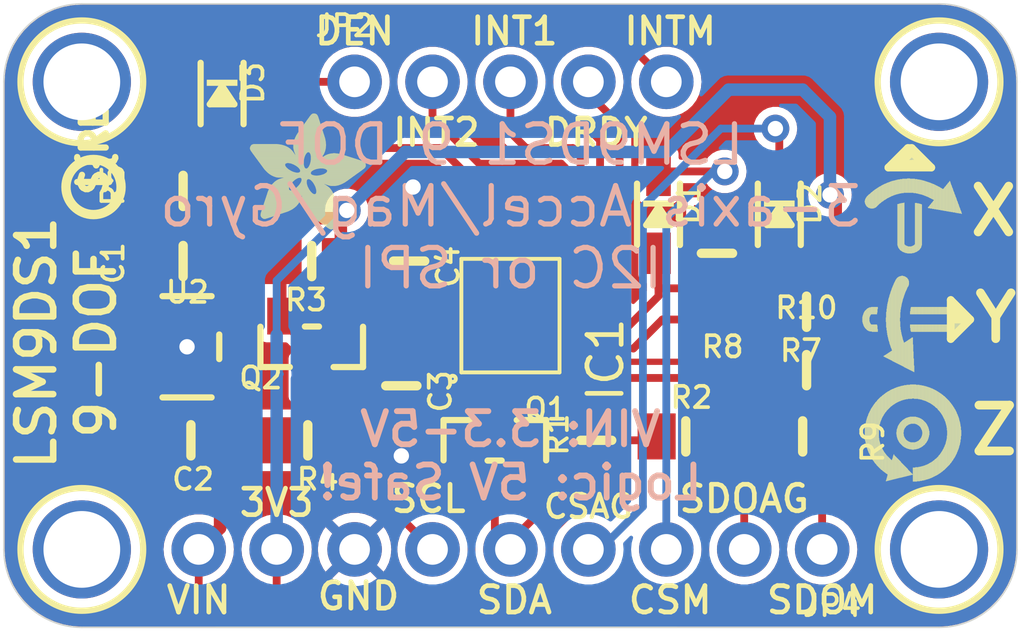
<source format=kicad_pcb>
(kicad_pcb (version 20221018) (generator pcbnew)
  (layers (0 "F.Cu" signal) (31 "B.Cu" signal) (34 "B.Paste" user) (35 "F.Paste" user) (36 "B.SilkS" user "B.Silkscreen") (37 "F.SilkS" user "F.Silkscreen") (38 "B.Mask" user) (39 "F.Mask" user) (44 "Edge.Cuts" user))
  (net 0 "")
  (net 1 "GND")
  (net 2 "VDD")
  (net 3 "SCL_3V")
  (net 4 "SDA_3V")
  (net 5 "SDA_5V")
  (net 6 "SCL_5V")
  (net 7 "VIN")
  (net 8 "DEN_5V")
  (net 9 "DEN_3V")
  (net 10 "CS_A/G")
  (net 11 "CS_M")
  (net 12 "SDO_M")
  (net 13 "SDO_AG")
  (net 14 "INT_M")
  (net 15 "DRDY_M")
  (net 16 "INT1_AG")
  (net 17 "INT2_AG")
  (net 18 "C1")
  (net 19 "CAP")
  (net 20 "CS_AG_5V")
  (net 21 "CS_M_5V")
  (footprint "working:0805-NO" (layer "F.Cu") (at 141.8971 109.0676 180)
    (fp_text reference "R4")
    (fp_text value "10K")
  )
  (footprint "working:0805-NO" (layer "F.Cu") (at 138.0871 109.0676 180)
    (fp_text reference "C2")
    (fp_text value "10µF")
  )
  (footprint "working:SOD-323" (layer "F.Cu") (at 153.3271 101.7016 -90)
    (fp_text reference "D1")
    (fp_text value "1N4148")
  )
  (footprint "working:0805-NO" (layer "F.Cu") (at 137.8331 103.2256 180)
    (fp_text reference "C1")
    (fp_text value "10µF")
  )
  (footprint "working:1X05_ROUND_70" (layer "F.Cu") (at 148.5011 97.3836)
    (fp_text reference "JP2")
    (fp_text value "")
  )
  (footprint "working:SOT23-5" (layer "F.Cu") (at 137.9601 106.0196 -90)
    (fp_text reference "U2")
    (fp_text value "MIC5225-3.3")
  )
  (footprint "working:SOD-323" (layer "F.Cu") (at 139.1031 97.7646 -90)
    (fp_text reference "D3")
    (fp_text value "1N4148")
  )
  (footprint "working:LGA24_3.5X3.1MM" (layer "F.Cu") (at 148.5011 105.0036 90)
    (fp_text reference "IC1")
    (fp_text value "LSM9DS1" hide)
  )
  (footprint "working:1X09_ROUND_70" (layer "F.Cu") (at 148.5011 112.6236 180)
    (fp_text reference "JP4")
    (fp_text value "PowerIO")
  )
  (footprint "working:SOT23-WIDE" (layer "F.Cu") (at 142.0241 106.0196 180)
    (fp_text reference "Q2")
    (fp_text value "BSS138")
  )
  (footprint "working:MOUNTINGHOLE_2.5_PLATED" (layer "F.Cu") (at 162.4711 97.3836)
    (fp_text reference "U$6" hide)
    (fp_text value "MOUNTINGHOLE2.5" hide)
  )
  (footprint "working:FIDUCIAL_1MM" (layer "F.Cu") (at 137.1981 110.9726)
    (fp_text reference "FID1" hide)
    (fp_text value "FIDUCIAL\"\"" hide)
  )
  (footprint "working:0805_10MGAP" (layer "F.Cu") (at 151.2951 109.0676 -90)
    (fp_text reference "R1")
    (fp_text value "10K")
  )
  (footprint "working:0805-NO" (layer "F.Cu") (at 142.0241 103.2256)
    (fp_text reference "R3")
    (fp_text value "10K")
  )
  (footprint "working:0805-NO" (layer "F.Cu") (at 158.1531 104.8766 180)
    (fp_text reference "R7")
    (fp_text value "10K")
  )
  (footprint "working:MOUNTINGHOLE_2.5_PLATED" (layer "F.Cu") (at 134.5311 97.3836)
    (fp_text reference "U$7" hide)
    (fp_text value "MOUNTINGHOLE2.5" hide)
  )
  (footprint "working:0805-NO" (layer "F.Cu") (at 155.2321 102.9716 -90)
    (fp_text reference "R8")
    (fp_text value "10K")
  )
  (footprint "working:MOUNTINGHOLE_2.5_PLATED" (layer "F.Cu") (at 134.5311 112.6236)
    (fp_text reference "U$4" hide)
    (fp_text value "MOUNTINGHOLE2.5" hide)
  )
  (footprint "working:PCBFEAT-REV-040" (layer "F.Cu") (at 134.9121 100.8126 90)
    (fp_text reference "U$20" hide)
    (fp_text value "" hide)
  )
  (footprint "working:0805-NO" (layer "F.Cu") (at 137.8331 100.9396 180)
    (fp_text reference "R5")
    (fp_text value "10K")
  )
  (footprint "working:SYMBOL_GYROXYZ_YREV_10MM" (layer "F.Cu") (at 159.9311 100.1776 -90)
    (fp_text reference "U$14" hide)
    (fp_text value "" hide)
  )
  (footprint "working:0805-NO" (layer "F.Cu") (at 154.2161 108.9406)
    (fp_text reference "R2")
    (fp_text value "10K")
  )
  (footprint "working:FIDUCIAL_1MM" (layer "F.Cu") (at 159.5501 95.9866)
    (fp_text reference "FID3" hide)
    (fp_text value "FIDUCIAL\"\"" hide)
  )
  (footprint "working:0805-NO" (layer "F.Cu") (at 145.1991 103.2256 90)
    (fp_text reference "C4")
    (fp_text value "10uF")
  )
  (footprint "working:0805_10MGAP" (layer "F.Cu") (at 158.0261 108.9406 180)
    (fp_text reference "R9")
    (fp_text value "10K")
  )
  (footprint "working:0805_10MGAP" (layer "F.Cu") (at 144.9451 107.2896 -90)
    (fp_text reference "C3")
    (fp_text value "0.22uF")
  )
  (footprint "working:ADAFRUIT_3.5MM" (layer "F.Cu") (at 139.9921 102.2096)
    (fp_text reference "U$23" hide)
    (fp_text value "" hide)
  )
  (footprint "working:SOT23-WIDE" (layer "F.Cu") (at 147.9931 109.0676)
    (fp_text reference "Q1")
    (fp_text value "BSS138")
  )
  (footprint "working:0805-NO" (layer "F.Cu") (at 158.1531 106.7816 180)
    (fp_text reference "R10")
    (fp_text value "10K")
  )
  (footprint "working:MOUNTINGHOLE_2.5_PLATED" (layer "F.Cu") (at 162.4711 112.6236)
    (fp_text reference "U$5" hide)
    (fp_text value "MOUNTINGHOLE2.5" hide)
  )
  (footprint "working:SOD-323" (layer "F.Cu") (at 157.2641 101.7016 -90)
    (fp_text reference "D2")
    (fp_text value "1N4148")
  )
  (gr_line (start 162.8521 104.7496) (end 163.2331 105.1306) (stroke (width 0.254)) (layer "F.SilkS"))
  (gr_line (start 161.5821 99.5426) (end 161.4551 99.5426) (stroke (width 0.254)) (layer "F.SilkS"))
  (gr_line (start 161.2011 100.0506) (end 161.8361 100.0506) (stroke (width 0.254)) (layer "F.SilkS"))
  (gr_line (start 163.4871 105.1306) (end 162.8521 104.4956) (stroke (width 0.254)) (layer "F.SilkS"))
  (gr_line (start 161.8361 100.0506) (end 161.8361 99.9236) (stroke (width 0.254)) (layer "F.SilkS"))
  (gr_line (start 162.8521 104.4956) (end 162.8521 104.7496) (stroke (width 0.254)) (layer "F.SilkS"))
  (gr_line (start 161.0741 100.0506) (end 161.2011 100.0506) (stroke (width 0.254)) (layer "F.SilkS"))
  (gr_line (start 161.5821 99.6696) (end 161.2011 100.0506) (stroke (width 0.254)) (layer "F.SilkS"))
  (gr_line (start 161.8361 99.9236) (end 161.5821 99.6696) (stroke (width 0.254)) (layer "F.SilkS"))
  (gr_line (start 162.8521 105.7656) (end 163.4871 105.1306) (stroke (width 0.254)) (layer "F.SilkS"))
  (gr_line (start 160.8201 100.1776) (end 162.2171 100.1776) (stroke (width 0.254)) (layer "F.SilkS"))
  (gr_line (start 161.4551 99.5426) (end 160.8201 100.1776) (stroke (width 0.254)) (layer "F.SilkS"))
  (gr_line (start 162.2171 100.1776) (end 161.5821 99.5426) (stroke (width 0.254)) (layer "F.SilkS"))
  (gr_line (start 163.2331 105.1306) (end 162.9791 105.1306) (stroke (width 0.254)) (layer "F.SilkS"))
  (gr_line (start 162.8521 104.7496) (end 162.8521 105.7656) (stroke (width 0.254)) (layer "F.SilkS"))
  (gr_arc (start 134.5311 115.1636) (mid 132.735049 114.419651) (end 131.9911 112.6236) (stroke (width 0.05)) (layer "Edge.Cuts"))
  (gr_arc (start 131.9911 97.3836) (mid 132.735049 95.587549) (end 134.5311 94.8436) (stroke (width 0.05)) (layer "Edge.Cuts"))
  (gr_line (start 165.0111 97.3836) (end 165.0111 112.6236) (stroke (width 0.05)) (layer "Edge.Cuts"))
  (gr_line (start 162.4711 115.1636) (end 134.5311 115.1636) (stroke (width 0.05)) (layer "Edge.Cuts"))
  (gr_arc (start 162.4711 94.8436) (mid 164.267151 95.587549) (end 165.0111 97.3836) (stroke (width 0.05)) (layer "Edge.Cuts"))
  (gr_line (start 131.9911 112.6236) (end 131.9911 97.3836) (stroke (width 0.05)) (layer "Edge.Cuts"))
  (gr_line (start 134.5311 94.8436) (end 162.4711 94.8436) (stroke (width 0.05)) (layer "Edge.Cuts"))
  (gr_arc (start 165.0111 112.6236) (mid 164.267151 114.419651) (end 162.4711 115.1636) (stroke (width 0.05)) (layer "Edge.Cuts"))
  (gr_text "VIN: 3.3-5V\nLogic: 5V Safe!" (at 148.5011 109.5756) (layer "B.SilkS") (effects (font (size 1.0795 1.0795) (thickness 0.1905)) (justify mirror)))
  (gr_text "LSM9DS1 9 DOF\n3-axis Accel/Mag/Gyro\nI2C or SPI" (at 148.5011 101.4476) (layer "B.SilkS") (effects (font (size 1.251712 1.251712) (thickness 0.170688)) (justify mirror)))
  (gr_text "CSAG" (at 151.0411 111.2266) (layer "F.SilkS") (effects (font (size 0.75565 0.75565) (thickness 0.13335))))
  (gr_text "VIN" (at 138.3411 114.2746) (layer "F.SilkS") (effects (font (size 0.8636 0.8636) (thickness 0.1524))))
  (gr_text "Z" (at 164.2691 108.7386) (layer "F.SilkS") (effects (font (size 1.49352 1.49352) (thickness 0.28448))))
  (gr_text "GND" (at 143.5481 114.1476) (layer "F.SilkS") (effects (font (size 0.8636 0.8636) (thickness 0.1524))))
  (gr_text "DEN" (at 143.4211 95.7326) (layer "F.SilkS") (effects (font (size 0.8636 0.8636) (thickness 0.1524))))
  (gr_text "INT1" (at 148.6281 95.7326) (layer "F.SilkS") (effects (font (size 0.8636 0.8636) (thickness 0.1524))))
  (gr_text "LSM9DS1\n9-DOF" (at 134.0231 105.8926 90) (layer "F.SilkS") (effects (font (size 1.20904 1.20904) (thickness 0.21336))))
  (gr_text "X" (at 164.2431 101.5996) (layer "F.SilkS") (effects (font (size 1.49352 1.49352) (thickness 0.28448))))
  (gr_text "SDOM" (at 158.6611 114.2746) (layer "F.SilkS") (effects (font (size 0.8636 0.8636) (thickness 0.1524))))
  (gr_text "SDOAG" (at 156.1211 110.9726) (layer "F.SilkS") (effects (font (size 0.8636 0.8636) (thickness 0.1524))))
  (gr_text "SCL" (at 145.8341 110.9726) (layer "F.SilkS") (effects (font (size 0.8636 0.8636) (thickness 0.1524))))
  (gr_text "SDA" (at 148.6281 114.2746) (layer "F.SilkS") (effects (font (size 0.8636 0.8636) (thickness 0.1524))))
  (gr_text "DRDY" (at 151.2951 99.0346) (layer "F.SilkS") (effects (font (size 0.8636 0.8636) (thickness 0.1524))))
  (gr_text "INTM" (at 153.7081 95.7326) (layer "F.SilkS") (effects (font (size 0.8636 0.8636) (thickness 0.1524))))
  (gr_text "3V3" (at 140.8811 111.0996) (layer "F.SilkS") (effects (font (size 0.8636 0.8636) (thickness 0.1524))))
  (gr_text "Y" (at 164.3191 105.0786) (layer "F.SilkS") (effects (font (size 1.49352 1.49352) (thickness 0.28448))))
  (gr_text "INT2" (at 146.0881 99.0346) (layer "F.SilkS") (effects (font (size 0.8636 0.8636) (thickness 0.1524))))
  (gr_text "CSM" (at 153.7081 114.2746) (layer "F.SilkS") (effects (font (size 0.8636 0.8636) (thickness 0.1524))))
  (segment (start 147.2311 102.5906) (end 147.2311 103.4986) (width 0.2032) (layer "F.Cu") (net 1))
  (segment (start 149.1461 102.5906) (end 148.7161 102.5906) (width 0.2032) (layer "F.Cu") (net 1))
  (segment (start 147.2311 103.4986) (end 147.2811 103.4986) (width 0.2032) (layer "F.Cu") (net 1))
  (segment (start 147.8561 103.5286) (end 147.8561 102.5906) (width 0.2032) (layer "F.Cu") (net 1))
  (segment (start 149.1461 103.5286) (end 149.1461 102.5906) (width 0.2032) (layer "F.Cu") (net 1))
  (segment (start 146.4691 103.9286) (end 146.4691 102.5906) (width 0.2032) (layer "F.Cu") (net 1))
  (segment (start 147.2811 103.9286) (end 146.4691 103.9286) (width 0.2032) (layer "F.Cu") (net 1))
  (segment (start 147.8561 102.5906) (end 147.2311 102.5906) (width 0.2032) (layer "F.Cu") (net 1))
  (segment (start 148.7161 103.5286) (end 148.7161 102.5906) (width 0.2032) (layer "F.Cu") (net 1))
  (segment (start 147.2811 104.3586) (end 146.4691 104.3586) (width 0.2032) (layer "F.Cu") (net 1))
  (segment (start 148.2861 103.5286) (end 148.2861 102.5906) (width 0.2032) (layer "F.Cu") (net 1))
  (segment (start 146.4691 104.3586) (end 146.4691 103.9286) (width 0.2032) (layer "F.Cu") (net 1))
  (segment (start 148.2861 102.5906) (end 147.8561 102.5906) (width 0.2032) (layer "F.Cu") (net 1))
  (segment (start 146.4691 102.5906) (end 147.2311 102.5906) (width 0.2032) (layer "F.Cu") (net 1))
  (segment (start 148.7161 102.5906) (end 148.2861 102.5906) (width 0.2032) (layer "F.Cu") (net 1))
  (via (at 145.3261 100.8126) (size 0.9064) (drill 0.5) (layers "F.Cu" "B.Cu") (net 1))
  (via (at 137.9601 106.0196) (size 0.9064) (drill 0.5) (layers "F.Cu" "B.Cu") (net 1))
  (via (at 144.9451 109.5756) (size 0.9064) (drill 0.5) (layers "F.Cu" "B.Cu") (net 1))
  (segment (start 155.2321 102.0216) (end 155.5521 101.7016) (width 0.254) (layer "F.Cu") (net 2))
  (segment (start 158.9151 101.0666) (end 159.1031 101.2546) (width 0.4064) (layer "F.Cu") (net 2))
  (segment (start 138.7831 103.2256) (end 139.2602 103.7027) (width 0.4064) (layer "F.Cu") (net 2))
  (segment (start 146.8691 106.5086) (end 146.4691 106.9086) (width 0.2032) (layer "F.Cu") (net 2))
  (segment (start 142.9741 103.2256) (end 142.9741 101.7676) (width 0.4064) (layer "F.Cu") (net 2))
  (segment (start 148.2861 106.4786) (end 148.2861 105.6486) (width 0.2032) (layer "F.Cu") (net 2))
  (segment (start 149.1361 114.1476) (end 147.6121 114.1476) (width 0.254) (layer "F.Cu") (net 2))
  (segment (start 143.3101 105.0196) (end 142.9741 105.0196) (width 0.254) (layer "F.Cu") (net 2))
  (segment (start 146.4691 105.5116) (end 146.4691 105.6386) (width 0.2032) (layer "F.Cu") (net 2))
  (segment (start 147.2311 110.2556) (end 147.2311 113.7666) (width 0.254) (layer "F.Cu") (net 2))
  (segment (start 138.7831 103.2256) (end 140.1801 101.8286) (width 0.4064) (layer "F.Cu") (net 2))
  (segment (start 151.2951 110.5916) (end 149.7711 112.1156) (width 0.254) (layer "F.Cu") (net 2))
  (segment (start 140.1801 101.8286) (end 140.3731 101.8286) (width 0.4064) (layer "F.Cu") (net 2))
  (segment (start 147.2311 113.7666) (end 146.8501 114.1476) (width 0.254) (layer "F.Cu") (net 2))
  (segment (start 146.4691 105.5116) (end 146.2151 105.2576) (width 0.254) (layer "F.Cu") (net 2))
  (segment (start 143.5481 105.2576) (end 143.3101 105.0196) (width 0.254) (layer "F.Cu") (net 2))
  (segment (start 146.8501 114.1476) (end 140.8811 114.1476) (width 0.254) (layer "F.Cu") (net 2))
  (segment (start 143.6751 106.9086) (end 143.6751 105.2576) (width 0.254) (layer "F.Cu") (net 2))
  (segment (start 142.9741 101.7676) (end 143.1671 101.5746) (width 0.254) (layer "F.Cu") (net 2))
  (segment (start 140.3731 101.8286) (end 142.9131 101.8286) (width 0.4064) (layer "F.Cu") (net 2))
  (segment (start 139.2602 103.7027) (end 139.2602 105.0696) (width 0.4064) (layer "F.Cu") (net 2))
  (segment (start 159.1031 106.7816) (end 159.0761 106.8086) (width 0.254) (layer "F.Cu") (net 2))
  (segment (start 158.1531 101.7016) (end 159.1031 102.6516) (width 0.4064) (layer "F.Cu") (net 2))
  (segment (start 149.7711 113.5126) (end 149.1361 114.1476) (width 0.254) (layer "F.Cu") (net 2))
  (segment (start 159.1031 101.2546) (end 159.1031 102.6516) (width 0.4064) (layer "F.Cu") (net 2))
  (segment (start 142.9741 103.2256) (end 142.9741 105.0196) (width 0.4064) (layer "F.Cu") (net 2))
  (segment (start 147.0431 110.0676) (end 147.2311 110.2556) (width 0.254) (layer "F.Cu") (net 2))
  (segment (start 147.2811 105.6386) (end 147.2811 105.6486) (width 0.2032) (layer "F.Cu") (net 2))
  (segment (start 146.4691 106.9086) (end 146.0881 107.2896) (width 0.254) (layer "F.Cu") (net 2))
  (segment (start 146.4691 105.6386) (end 147.2811 105.6386) (width 0.2032) (layer "F.Cu") (net 2))
  (segment (start 146.2151 105.2576) (end 143.6751 105.2576) (width 0.254) (layer "F.Cu") (net 2))
  (segment (start 151.2951 110.5916) (end 151.2951 110.1176) (width 0.254) (layer "F.Cu") (net 2))
  (segment (start 159.0761 106.8086) (end 159.0761 108.9406) (width 0.4064) (layer "F.Cu") (net 2))
  (segment (start 146.0881 107.2896) (end 144.0561 107.2896) (width 0.254) (layer "F.Cu") (net 2))
  (segment (start 147.2811 105.2186) (end 146.4691 105.2186) (width 0.2032) (layer "F.Cu") (net 2))
  (segment (start 143.6751 105.2576) (end 143.5481 105.2576) (width 0.254) (layer "F.Cu") (net 2))
  (segment (start 155.5521 101.7016) (end 158.1531 101.7016) (width 0.4064) (layer "F.Cu") (net 2))
  (segment (start 159.1031 102.6516) (end 159.1031 104.8766) (width 0.4064) (layer "F.Cu") (net 2))
  (segment (start 144.0561 107.2896) (end 143.6751 106.9086) (width 0.254) (layer "F.Cu") (net 2))
  (segment (start 140.8811 114.1476) (end 140.8811 112.6236) (width 0.254) (layer "F.Cu") (net 2))
  (segment (start 142.9131 101.8286) (end 143.1671 101.5746) (width 0.4064) (layer "F.Cu") (net 2))
  (segment (start 136.8831 101.1326) (end 138.7831 103.0326) (width 0.4064) (layer "F.Cu") (net 2))
  (segment (start 159.1031 104.8766) (end 159.1031 106.7816) (width 0.4064) (layer "F.Cu") (net 2))
  (segment (start 147.6121 114.1476) (end 147.2311 113.7666) (width 0.254) (layer "F.Cu") (net 2))
  (segment (start 136.8831 100.9396) (end 136.8831 101.1326) (width 0.4064) (layer "F.Cu") (net 2))
  (segment (start 138.7831 103.0326) (end 138.7831 103.2256) (width 0.4064) (layer "F.Cu") (net 2))
  (segment (start 146.4691 105.2186) (end 146.4691 105.5116) (width 0.2032) (layer "F.Cu") (net 2))
  (segment (start 149.7711 112.1156) (end 149.7711 113.5126) (width 0.254) (layer "F.Cu") (net 2))
  (segment (start 148.2861 105.6486) (end 147.2811 105.6486) (width 0.2032) (layer "F.Cu") (net 2))
  (segment (start 147.2811 106.5086) (end 146.8691 106.5086) (width 0.2032) (layer "F.Cu") (net 2))
  (via (at 143.1671 101.5746) (size 0.9064) (drill 0.5) (layers "F.Cu" "B.Cu") (net 2))
  (via (at 158.9151 101.0666) (size 0.9064) (drill 0.5) (layers "F.Cu" "B.Cu") (net 2))
  (segment (start 141.0081 106.9086) (end 140.8811 107.0356) (width 0.2032) (layer "B.Cu") (net 2))
  (segment (start 155.6131 97.6376) (end 158.0261 97.6376) (width 0.4064) (layer "B.Cu") (net 2))
  (segment (start 140.8811 112.6236) (end 140.8811 107.0356) (width 0.4064) (layer "B.Cu") (net 2))
  (segment (start 158.9151 98.5266) (end 158.9151 101.0666) (width 0.4064) (layer "B.Cu") (net 2))
  (segment (start 140.8811 107.0356) (end 140.8811 105.6386) (width 0.4064) (layer "B.Cu") (net 2))
  (segment (start 153.5811 99.6696) (end 155.6131 97.6376) (width 0.4064) (layer "B.Cu") (net 2))
  (segment (start 145.0721 99.6696) (end 153.5811 99.6696) (width 0.4064) (layer "B.Cu") (net 2))
  (segment (start 140.8811 103.8606) (end 143.1671 101.5746) (width 0.254) (layer "B.Cu") (net 2))
  (segment (start 158.0261 97.6376) (end 158.9151 98.5266) (width 0.4064) (layer "B.Cu") (net 2))
  (segment (start 140.8811 105.6386) (end 140.8811 103.8606) (width 0.254) (layer "B.Cu") (net 2))
  (segment (start 143.1671 101.5746) (end 145.0721 99.6696) (width 0.4064) (layer "B.Cu") (net 2))
  (segment (start 142.9131 106.0196) (end 142.9131 107.5436) (width 0.254) (layer "F.Cu") (net 3))
  (segment (start 147.8561 107.1626) (end 147.3581 107.1626) (width 0.2032) (layer "F.Cu") (net 3))
  (segment (start 141.0741 103.2256) (end 141.0741 105.0196) (width 0.254) (layer "F.Cu") (net 3))
  (segment (start 147.8561 106.4786) (end 147.8561 107.1626) (width 0.2032) (layer "F.Cu") (net 3))
  (segment (start 143.1671 107.7976) (end 143.5481 107.7976) (width 0.254) (layer "F.Cu") (net 3))
  (segment (start 141.0741 105.0196) (end 141.0741 105.1966) (width 0.254) (layer "F.Cu") (net 3))
  (segment (start 146.9771 107.5436) (end 146.9771 108.3056) (width 0.2032) (layer "F.Cu") (net 3))
  (segment (start 146.9771 108.3056) (end 146.2151 109.0676) (width 0.2032) (layer "F.Cu") (net 3))
  (segment (start 141.8971 106.0196) (end 142.9131 106.0196) (width 0.254) (layer "F.Cu") (net 3))
  (segment (start 147.3581 107.1626) (end 146.9771 107.5436) (width 0.2032) (layer "F.Cu") (net 3))
  (segment (start 146.2151 110.3376) (end 145.9611 110.5916) (width 0.2032) (layer "F.Cu") (net 3))
  (segment (start 143.8021 108.0516) (end 143.8021 109.7026) (width 0.254) (layer "F.Cu") (net 3))
  (segment (start 143.8021 109.7026) (end 144.6911 110.5916) (width 0.254) (layer "F.Cu") (net 3))
  (segment (start 146.2151 109.0676) (end 146.2151 110.3376) (width 0.2032) (layer "F.Cu") (net 3))
  (segment (start 144.6911 110.5916) (end 145.9611 110.5916) (width 0.254) (layer "F.Cu") (net 3))
  (segment (start 141.0741 105.1966) (end 141.8971 106.0196) (width 0.254) (layer "F.Cu") (net 3))
  (segment (start 142.9131 107.5436) (end 143.1671 107.7976) (width 0.254) (layer "F.Cu") (net 3))
  (segment (start 143.5481 107.7976) (end 143.8021 108.0516) (width 0.254) (layer "F.Cu") (net 3))
  (segment (start 148.7161 106.4786) (end 148.7161 107.1236) (width 0.2032) (layer "F.Cu") (net 4))
  (segment (start 151.2361 108.0176) (end 151.2951 108.0176) (width 0.254) (layer "F.Cu") (net 4))
  (segment (start 149.1361 109.8746) (end 148.9431 110.0676) (width 0.254) (layer "F.Cu") (net 4))
  (segment (start 151.0751 108.1786) (end 149.1361 108.1786) (width 0.254) (layer "F.Cu") (net 4))
  (segment (start 149.1361 107.5436) (end 149.1361 108.1786) (width 0.254) (layer "F.Cu") (net 4))
  (segment (start 149.1361 108.1786) (end 149.1361 109.8746) (width 0.254) (layer "F.Cu") (net 4))
  (segment (start 148.7161 107.1236) (end 149.1361 107.5436) (width 0.254) (layer "F.Cu") (net 4))
  (segment (start 151.0751 108.1786) (end 151.2361 108.0176) (width 0.254) (layer "F.Cu") (net 4))
  (segment (start 149.8981 110.9726) (end 148.5011 112.3696) (width 0.254) (layer "F.Cu") (net 5))
  (segment (start 147.9931 108.0676) (end 147.9931 112.1156) (width 0.254) (layer "F.Cu") (net 5))
  (segment (start 149.8981 109.0676) (end 149.8981 110.9726) (width 0.254) (layer "F.Cu") (net 5))
  (segment (start 148.5011 112.3696) (end 148.5011 112.6236) (width 0.254) (layer "F.Cu") (net 5))
  (segment (start 153.2661 108.9406) (end 153.1391 109.0676) (width 0.254) (layer "F.Cu") (net 5))
  (segment (start 153.1391 109.0676) (end 149.8981 109.0676) (width 0.254) (layer "F.Cu") (net 5))
  (segment (start 147.9931 112.1156) (end 148.5011 112.6236) (width 0.254) (layer "F.Cu") (net 5))
  (segment (start 142.7861 108.4326) (end 142.7861 109.0066) (width 0.254) (layer "F.Cu") (net 6))
  (segment (start 143.0401 109.7026) (end 143.0401 109.2606) (width 0.254) (layer "F.Cu") (net 6))
  (segment (start 142.0241 107.0196) (end 142.0241 107.6706) (width 0.254) (layer "F.Cu") (net 6))
  (segment (start 143.0401 109.2606) (end 142.8471 109.0676) (width 0.254) (layer "F.Cu") (net 6))
  (segment (start 142.0241 107.6706) (end 142.7861 108.4326) (width 0.254) (layer "F.Cu") (net 6))
  (segment (start 142.7861 109.0066) (end 142.8471 109.0676) (width 0.254) (layer "F.Cu") (net 6))
  (segment (start 143.0401 109.7026) (end 145.9611 112.6236) (width 0.254) (layer "F.Cu") (net 6))
  (segment (start 138.3411 112.6236) (end 139.0371 111.9276) (width 0.4064) (layer "F.Cu") (net 7))
  (segment (start 154.8511 113.5126) (end 153.5811 114.7826) (width 0.254) (layer "F.Cu") (net 7))
  (segment (start 139.2301 114.7826) (end 138.3411 113.8936) (width 0.254) (layer "F.Cu") (net 7))
  (segment (start 139.0371 108.7476) (end 139.0371 109.0676) (width 0.4064) (layer "F.Cu") (net 7))
  (segment (start 136.66 106.9696) (end 135.5471 106.9696) (width 0.4064) (layer "F.Cu") (net 7))
  (segment (start 136.66 106.9696) (end 137.2591 106.9696) (width 0.4064) (layer "F.Cu") (net 7))
  (segment (start 139.0371 109.0676) (end 140.9471 109.0676) (width 0.4064) (layer "F.Cu") (net 7))
  (segment (start 154.8511 109.2606) (end 155.1661 108.9456) (width 0.254) (layer "F.Cu") (net 7))
  (segment (start 155.1661 108.9456) (end 155.1661 108.9406) (width 0.254) (layer "F.Cu") (net 7))
  (segment (start 137.2591 106.9696) (end 139.0371 108.7476) (width 0.4064) (layer "F.Cu") (net 7))
  (segment (start 135.5471 106.9696) (end 135.5471 105.0696) (width 0.4064) (layer "F.Cu") (net 7))
  (segment (start 153.5811 114.7826) (end 139.2301 114.7826) (width 0.254) (layer "F.Cu") (net 7))
  (segment (start 135.5471 105.0696) (end 136.66 105.0696) (width 0.4064) (layer "F.Cu") (net 7))
  (segment (start 139.0371 111.9276) (end 139.0371 109.0676) (width 0.4064) (layer "F.Cu") (net 7))
  (segment (start 154.8511 109.2606) (end 154.8511 113.5126) (width 0.254) (layer "F.Cu") (net 7))
  (segment (start 138.3411 113.8936) (end 138.3411 112.6236) (width 0.254) (layer "F.Cu") (net 7))
  (segment (start 143.4211 97.3836) (end 139.9921 97.3836) (width 0.254) (layer "F.Cu") (net 8))
  (segment (start 139.9921 97.3836) (end 139.1031 96.4946) (width 0.254) (layer "F.Cu") (net 8))
  (segment (start 139.1031 100.6196) (end 138.7831 100.9396) (width 0.254) (layer "F.Cu") (net 9))
  (segment (start 149.7211 100.8896) (end 149.3901 100.5586) (width 0.2032) (layer "F.Cu") (net 9))
  (segment (start 139.6111 99.5426) (end 139.1031 99.0346) (width 0.254) (layer "F.Cu") (net 9))
  (segment (start 149.3901 100.5586) (end 147.2311 100.5586) (width 0.254) (layer "F.Cu") (net 9))
  (segment (start 149.7211 103.4986) (end 149.7211 100.8896) (width 0.2032) (layer "F.Cu") (net 9))
  (segment (start 146.2151 99.5426) (end 139.6111 99.5426) (width 0.254) (layer "F.Cu") (net 9))
  (segment (start 147.2311 100.5586) (end 146.2151 99.5426) (width 0.254) (layer "F.Cu") (net 9))
  (segment (start 139.1031 99.0346) (end 139.1031 100.6196) (width 0.254) (layer "F.Cu") (net 9))
  (segment (start 149.7211 106.0786) (end 152.5061 106.0786) (width 0.2032) (layer "F.Cu") (net 10))
  (segment (start 152.5061 106.0786) (end 153.4541 105.1306) (width 0.254) (layer "F.Cu") (net 10))
  (segment (start 156.9491 104.8766) (end 157.2031 104.8766) (width 0.254) (layer "F.Cu") (net 10))
  (segment (start 157.2031 103.0326) (end 157.2031 104.8766) (width 0.254) (layer "F.Cu") (net 10))
  (segment (start 153.4541 105.1306) (end 156.6951 105.1306) (width 0.254) (layer "F.Cu") (net 10))
  (segment (start 156.6951 105.1306) (end 156.9491 104.8766) (width 0.254) (layer "F.Cu") (net 10))
  (segment (start 157.2641 102.9716) (end 157.2031 103.0326) (width 0.254) (layer "F.Cu") (net 10))
  (segment (start 149.7211 105.6486) (end 152.0471 105.6486) (width 0.2032) (layer "F.Cu") (net 11))
  (segment (start 153.3271 104.3686) (end 153.3271 104.1146) (width 0.254) (layer "F.Cu") (net 11))
  (segment (start 155.2321 103.9216) (end 155.0391 104.1146) (width 0.254) (layer "F.Cu") (net 11))
  (segment (start 155.0391 104.1146) (end 153.3271 104.1146) (width 0.254) (layer "F.Cu") (net 11))
  (segment (start 153.3271 104.1146) (end 153.3271 102.9716) (width 0.254) (layer "F.Cu") (net 11))
  (segment (start 152.0471 105.6486) (end 153.3271 104.3686) (width 0.254) (layer "F.Cu") (net 11))
  (segment (start 158.6611 110.7186) (end 158.6611 112.6236) (width 0.254) (layer "F.Cu") (net 12))
  (segment (start 157.2031 106.7816) (end 158.0261 107.6046) (width 0.254) (layer "F.Cu") (net 12))
  (segment (start 149.7211 106.5086) (end 156.9301 106.5086) (width 0.2032) (layer "F.Cu") (net 12))
  (segment (start 158.0261 107.6046) (end 158.0261 110.0836) (width 0.254) (layer "F.Cu") (net 12))
  (segment (start 156.9301 106.5086) (end 157.2031 106.7816) (width 0.254) (layer "F.Cu") (net 12))
  (segment (start 158.0261 110.0836) (end 158.6611 110.7186) (width 0.254) (layer "F.Cu") (net 12))
  (segment (start 155.3591 107.0356) (end 156.9761 108.6526) (width 0.254) (layer "F.Cu") (net 13))
  (segment (start 149.3901 107.0356) (end 155.3591 107.0356) (width 0.254) (layer "F.Cu") (net 13))
  (segment (start 156.9761 110.4986) (end 156.9761 108.9406) (width 0.254) (layer "F.Cu") (net 13))
  (segment (start 156.9761 108.6526) (end 156.9761 108.9406) (width 0.254) (layer "F.Cu") (net 13))
  (segment (start 149.1461 106.4786) (end 149.1461 106.7916) (width 0.2032) (layer "F.Cu") (net 13))
  (segment (start 149.1461 106.7916) (end 149.3901 107.0356) (width 0.254) (layer "F.Cu") (net 13))
  (segment (start 156.1211 111.3536) (end 156.9761 110.4986) (width 0.254) (layer "F.Cu") (net 13))
  (segment (start 156.1211 111.3536) (end 156.1211 112.6236) (width 0.254) (layer "F.Cu") (net 13))
  (segment (start 149.7711 95.9866) (end 150.0251 95.7326) (width 0.254) (layer "F.Cu") (net 14))
  (segment (start 151.4221 104.3686) (end 151.4221 99.2886) (width 0.254) (layer "F.Cu") (net 14))
  (segment (start 149.7211 104.7886) (end 151.0021 104.7886) (width 0.2032) (layer "F.Cu") (net 14))
  (segment (start 151.0411 98.9076) (end 150.4061 98.9076) (width 0.254) (layer "F.Cu") (net 14))
  (segment (start 151.4221 99.2886) (end 151.0411 98.9076) (width 0.254) (layer "F.Cu") (net 14))
  (segment (start 151.0021 104.7886) (end 151.4221 104.3686) (width 0.2032) (layer "F.Cu") (net 14))
  (segment (start 149.7711 98.2726) (end 149.7711 95.9866) (width 0.254) (layer "F.Cu") (net 14))
  (segment (start 151.9301 95.7326) (end 153.5811 97.3836) (width 0.254) (layer "F.Cu") (net 14))
  (segment (start 150.4061 98.9076) (end 149.7711 98.2726) (width 0.254) (layer "F.Cu") (net 14))
  (segment (start 150.0251 95.7326) (end 151.9301 95.7326) (width 0.254) (layer "F.Cu") (net 14))
  (segment (start 151.3341 105.2186) (end 152.0571 104.4956) (width 0.2032) (layer "F.Cu") (net 15))
  (segment (start 152.0571 98.7806) (end 151.0411 97.7646) (width 0.254) (layer "F.Cu") (net 15))
  (segment (start 151.0411 97.7646) (end 151.0411 97.3836) (width 0.254) (layer "F.Cu") (net 15))
  (segment (start 152.0571 104.4956) (end 152.0571 98.7806) (width 0.254) (layer "F.Cu") (net 15))
  (segment (start 149.7211 105.2186) (end 151.3341 105.2186) (width 0.2032) (layer "F.Cu") (net 15))
  (segment (start 149.0091 99.5426) (end 148.5011 99.0346) (width 0.254) (layer "F.Cu") (net 16))
  (segment (start 149.7211 104.3586) (end 150.5431 104.3586) (width 0.2032) (layer "F.Cu") (net 16))
  (segment (start 150.7871 104.1146) (end 150.7871 99.7966) (width 0.254) (layer "F.Cu") (net 16))
  (segment (start 150.5331 99.5426) (end 149.0091 99.5426) (width 0.254) (layer "F.Cu") (net 16))
  (segment (start 150.5431 104.3586) (end 150.7871 104.1146) (width 0.2032) (layer "F.Cu") (net 16))
  (segment (start 148.5011 99.0346) (end 148.5011 97.3836) (width 0.254) (layer "F.Cu") (net 16))
  (segment (start 150.7871 99.7966) (end 150.5331 99.5426) (width 0.254) (layer "F.Cu") (net 16))
  (segment (start 150.2791 100.1776) (end 150.1521 100.0506) (width 0.254) (layer "F.Cu") (net 17))
  (segment (start 149.7211 103.9286) (end 150.2111 103.9286) (width 0.2032) (layer "F.Cu") (net 17))
  (segment (start 150.2111 103.9286) (end 150.2791 103.8606) (width 0.2032) (layer "F.Cu") (net 17))
  (segment (start 145.9611 98.5266) (end 145.9611 97.3836) (width 0.254) (layer "F.Cu") (net 17))
  (segment (start 147.4851 100.0506) (end 145.9611 98.5266) (width 0.254) (layer "F.Cu") (net 17))
  (segment (start 150.1521 100.0506) (end 147.4851 100.0506) (width 0.254) (layer "F.Cu") (net 17))
  (segment (start 150.2791 103.8606) (end 150.2791 100.1776) (width 0.254) (layer "F.Cu") (net 17))
  (segment (start 145.4461 106.0786) (end 145.2851 106.2396) (width 0.254) (layer "F.Cu") (net 18))
  (segment (start 147.2811 106.0786) (end 145.4461 106.0786) (width 0.2032) (layer "F.Cu") (net 18))
  (segment (start 145.2851 106.2396) (end 144.9451 106.2396) (width 0.254) (layer "F.Cu") (net 18))
  (segment (start 145.1331 104.1756) (end 145.1991 104.1756) (width 0.254) (layer "F.Cu") (net 19))
  (segment (start 147.2811 104.7886) (end 145.7461 104.7886) (width 0.2032) (layer "F.Cu") (net 19))
  (segment (start 145.5801 104.6226) (end 145.1331 104.1756) (width 0.254) (layer "F.Cu") (net 19))
  (segment (start 145.7461 104.7886) (end 145.5801 104.6226) (width 0.2032) (layer "F.Cu") (net 19))
  (segment (start 157.2641 100.4316) (end 157.2641 99.0346) (width 0.254) (layer "F.Cu") (net 20))
  (segment (start 157.2641 99.0346) (end 157.1371 98.9076) (width 0.254) (layer "F.Cu") (net 20))
  (via (at 157.1371 98.9076) (size 0.9064) (drill 0.5) (layers "F.Cu" "B.Cu") (net 20))
  (segment (start 155.3591 98.9076) (end 157.1371 98.9076) (width 0.254) (layer "B.Cu") (net 20))
  (segment (start 152.8191 101.4476) (end 152.8191 111.2266) (width 0.254) (layer "B.Cu") (net 20))
  (segment (start 155.3591 98.9076) (end 152.8191 101.4476) (width 0.254) (layer "B.Cu") (net 20))
  (segment (start 152.8191 111.2266) (end 151.4221 112.6236) (width 0.254) (layer "B.Cu") (net 20))
  (segment (start 151.4221 112.6236) (end 151.0411 112.6236) (width 0.254) (layer "B.Cu") (net 20))
  (segment (start 157.2641 98.9076) (end 157.1371 98.9076) (width 0.254) (layer "B.Cu") (net 20))
  (segment (start 153.3271 100.4316) (end 153.4541 100.3046) (width 0.254) (layer "F.Cu") (net 21))
  (segment (start 153.4541 100.3046) (end 155.4861 100.3046) (width 0.254) (layer "F.Cu") (net 21))
  (via (at 155.4861 100.3046) (size 0.9064) (drill 0.5) (layers "F.Cu" "B.Cu") (net 21))
  (segment (start 153.5811 101.8286) (end 153.5811 112.6236) (width 0.254) (layer "B.Cu") (net 21))
  (segment (start 153.5811 101.8286) (end 155.1051 100.3046) (width 0.254) (layer "B.Cu") (net 21))
  (segment (start 155.1051 100.3046) (end 155.4861 100.3046) (width 0.254) (layer "B.Cu") (net 21))
  (zone (net 1) (net_name "GND") (layer "F.Cu") (priority 6) (connect_pads (clearance 0.254)) (min_thickness 0.127) (fill yes (thermal_gap 0.304) (thermal_bridge_width 0.304))
    (polygon (pts (xy 165.1381 115.2906) (xy 131.8641 115.2906) (xy 131.8641 94.7166) (xy 165.1381 94.7166)))
  )
  (zone (net 1) (net_name "GND") (layer "B.Cu") (priority 6) (connect_pads (clearance 0.254)) (min_thickness 0.127) (fill yes (thermal_gap 0.304) (thermal_bridge_width 0.304))
    (polygon (pts (xy 165.1381 115.2906) (xy 131.8641 115.2906) (xy 131.8641 94.7166) (xy 165.1381 94.7166)))
  )
)
</source>
